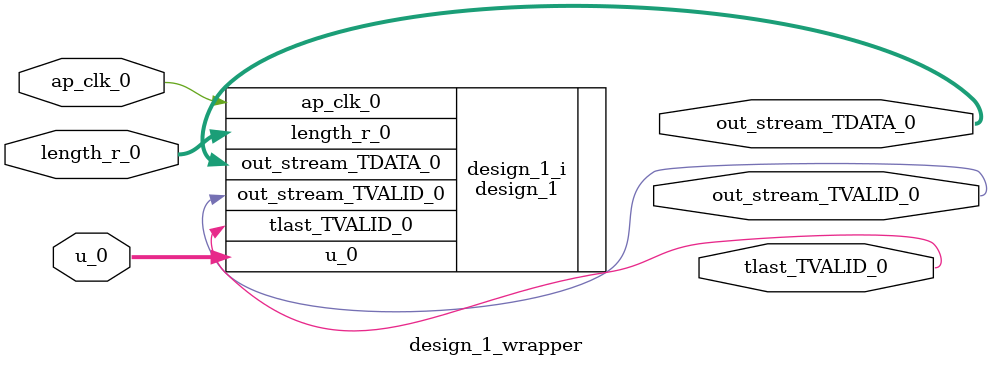
<source format=v>
`timescale 1 ps / 1 ps

module design_1_wrapper
   (ap_clk_0,
    length_r_0,
    out_stream_TDATA_0,
    out_stream_TVALID_0,
    tlast_TVALID_0,
    u_0);
  input ap_clk_0;
  input [31:0]length_r_0;
  output [63:0]out_stream_TDATA_0;
  output out_stream_TVALID_0;
  output tlast_TVALID_0;
  input [31:0]u_0;

  wire ap_clk_0;
  wire [31:0]length_r_0;
  wire [63:0]out_stream_TDATA_0;
  wire out_stream_TVALID_0;
  wire tlast_TVALID_0;
  wire [31:0]u_0;

  design_1 design_1_i
       (.ap_clk_0(ap_clk_0),
        .length_r_0(length_r_0),
        .out_stream_TDATA_0(out_stream_TDATA_0),
        .out_stream_TVALID_0(out_stream_TVALID_0),
        .tlast_TVALID_0(tlast_TVALID_0),
        .u_0(u_0));
endmodule

</source>
